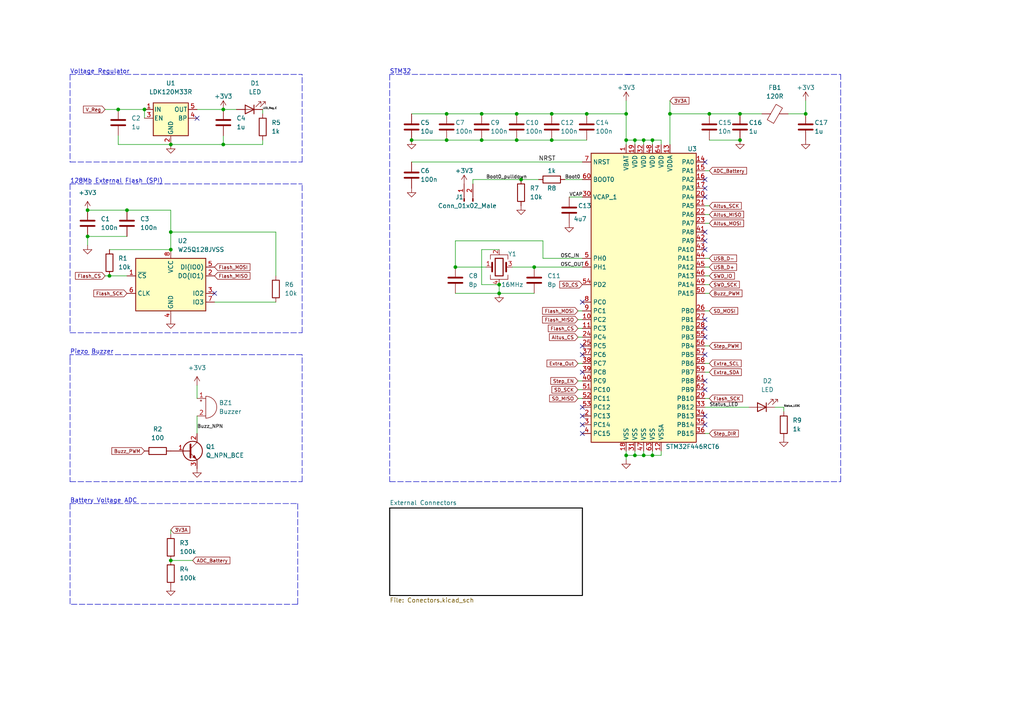
<source format=kicad_sch>
(kicad_sch (version 20211123) (generator eeschema)
  (paper "A4")
  (title_block (title "Airbrake Flight Controller") (date "2022-04-16") (rev "V1") (company "Dylan Gore"))
  (lib_symbols
    (symbol "Connector:Conn_01x02_Male" (pin_names (offset 1.016) hide)
      (property "Reference" "J" (at 0 2.54 0))
      (property "Value" "Conn_01x02_Male" (at 0 -5.08 0))
      (symbol "Conn_01x02_Male_1_1"
        (polyline (pts (xy 1.27 -2.54) (xy 0.8636 -2.54)) (stroke (width 0.1524)))
        (polyline (pts (xy 1.27 0) (xy 0.8636 0)) (stroke (width 0.1524)))
        (rectangle (start 0.8636 -2.413) (end 0 -2.667) (stroke (width 0.1524)) (fill (type outline)))
        (rectangle (start 0.8636 0.127) (end 0 -0.127) (stroke (width 0.1524)) (fill (type outline)))
        (pin passive line (at 5.08 0 180) (length 3.81) (name "Pin_1") (number "1"))
        (pin passive line (at 5.08 -2.54 180) (length 3.81) (name "Pin_2") (number "2"))
      )
    )
    (symbol "Device:Buzzer" (pin_names (offset 0.0254) hide)
      (property "Reference" "BZ" (at 3.81 1.27 0))
      (property "Value" "Buzzer" (at 3.81 -1.27 0))
      (symbol "Buzzer_0_1"
        (arc (start 0 -3.175) (mid 3.175 0) (end 0 3.175))
        (polyline (pts (xy -1.651 1.905) (xy -1.143 1.905)))
        (polyline (pts (xy -1.397 2.159) (xy -1.397 1.651)))
        (polyline (pts (xy 0 3.175) (xy 0 -3.175)))
      )
      (symbol "Buzzer_1_1"
        (pin passive line (at -2.54 2.54 0) (length 2.54) (name "-") (number "1"))
        (pin passive line (at -2.54 -2.54 0) (length 2.54) (name "+") (number "2"))
      )
    )
    (symbol "Device:C" (pin_numbers hide) (pin_names (offset 0.254))
      (property "Reference" "C" (at 0.635 2.54 0))
      (property "Value" "C" (at 0.635 -2.54 0))
      (symbol "C_0_1"
        (polyline (pts (xy -2.032 -0.762) (xy 2.032 -0.762)) (stroke (width 0.508)))
        (polyline (pts (xy -2.032 0.762) (xy 2.032 0.762)) (stroke (width 0.508)))
      )
      (symbol "C_1_1"
        (pin passive line (at 0 3.81 270) (length 2.794) (name "~") (number "1"))
        (pin passive line (at 0 -3.81 90) (length 2.794) (name "~") (number "2"))
      )
    )
    (symbol "Device:Crystal_GND24" (pin_names (offset 1.016) hide)
      (property "Reference" "Y" (at 3.175 5.08 0))
      (property "Value" "Crystal_GND24" (at 3.175 3.175 0))
      (symbol "Crystal_GND24_0_1"
        (rectangle (start -1.143 2.54) (end 1.143 -2.54) (stroke (width 0.3048)))
        (polyline (pts (xy -2.54 0) (xy -2.032 0)))
        (polyline (pts (xy -2.032 -1.27) (xy -2.032 1.27)) (stroke (width 0.508)))
        (polyline (pts (xy 0 -3.81) (xy 0 -3.556)))
        (polyline (pts (xy 0 3.556) (xy 0 3.81)))
        (polyline (pts (xy 2.032 -1.27) (xy 2.032 1.27)) (stroke (width 0.508)))
        (polyline (pts (xy 2.032 0) (xy 2.54 0)))
        (polyline (pts (xy -2.54 -2.286) (xy -2.54 -3.556) (xy 2.54 -3.556) (xy 2.54 -2.286)))
        (polyline (pts (xy -2.54 2.286) (xy -2.54 3.556) (xy 2.54 3.556) (xy 2.54 2.286)))
      )
      (symbol "Crystal_GND24_1_1"
        (pin passive line (at -3.81 0 0) (length 1.27) (name "1") (number "1"))
        (pin passive line (at 0 5.08 270) (length 1.27) (name "2") (number "2"))
        (pin passive line (at 3.81 0 180) (length 1.27) (name "3") (number "3"))
        (pin passive line (at 0 -5.08 90) (length 1.27) (name "4") (number "4"))
      )
    )
    (symbol "Device:FerriteBead" (pin_numbers hide) (pin_names (offset 0))
      (property "Reference" "FB" (at -3.81 0.635 90))
      (property "Value" "FerriteBead" (at 3.81 0 90))
      (symbol "FerriteBead_0_1"
        (polyline (pts (xy 0 -1.27) (xy 0 -1.2192)))
        (polyline (pts (xy 0 1.27) (xy 0 1.2954)))
        (polyline (pts (xy -2.7686 0.4064) (xy -1.7018 2.2606) (xy 2.7686 -0.3048) (xy 1.6764 -2.159) (xy -2.7686 0.4064)))
      )
      (symbol "FerriteBead_1_1"
        (pin passive line (at 0 3.81 270) (length 2.54) (name "~") (number "1"))
        (pin passive line (at 0 -3.81 90) (length 2.54) (name "~") (number "2"))
      )
    )
    (symbol "Device:LED" (pin_numbers hide) (pin_names (offset 1.016) hide)
      (property "Reference" "D" (at 0 2.54 0))
      (property "Value" "LED" (at 0 -2.54 0))
      (symbol "LED_0_1"
        (polyline (pts (xy -1.27 -1.27) (xy -1.27 1.27)) (stroke (width 0.254)))
        (polyline (pts (xy -1.27 0) (xy 1.27 0)))
        (polyline (pts (xy 1.27 -1.27) (xy 1.27 1.27) (xy -1.27 0) (xy 1.27 -1.27)) (stroke (width 0.254)))
        (polyline (pts (xy -3.048 -0.762) (xy -4.572 -2.286) (xy -3.81 -2.286) (xy -4.572 -2.286) (xy -4.572 -1.524)))
        (polyline (pts (xy -1.778 -0.762) (xy -3.302 -2.286) (xy -2.54 -2.286) (xy -3.302 -2.286) (xy -3.302 -1.524)))
      )
      (symbol "LED_1_1"
        (pin passive line (at -3.81 0 0) (length 2.54) (name "K") (number "1"))
        (pin passive line (at 3.81 0 180) (length 2.54) (name "A") (number "2"))
      )
    )
    (symbol "Device:Q_NPN_BCE" (pin_names (offset 0) hide)
      (property "Reference" "Q" (at 5.08 1.27 0))
      (property "Value" "Q_NPN_BCE" (at 5.08 -1.27 0))
      (symbol "Q_NPN_BCE_0_1"
        (polyline (pts (xy 0.635 0.635) (xy 2.54 2.54)))
        (polyline (pts (xy 0.635 -0.635) (xy 2.54 -2.54) (xy 2.54 -2.54)))
        (polyline (pts (xy 0.635 1.905) (xy 0.635 -1.905) (xy 0.635 -1.905)) (stroke (width 0.508)))
        (polyline (pts (xy 1.27 -1.778) (xy 1.778 -1.27) (xy 2.286 -2.286) (xy 1.27 -1.778) (xy 1.27 -1.778)) (fill (type outline)))
        (circle (center 1.27 0) (radius 2.8194) (stroke (width 0.254)))
      )
      (symbol "Q_NPN_BCE_1_1"
        (pin input line (at -5.08 0 0) (length 5.715) (name "B") (number "1"))
        (pin passive line (at 2.54 5.08 270) (length 2.54) (name "C") (number "2"))
        (pin passive line (at 2.54 -5.08 90) (length 2.54) (name "E") (number "3"))
      )
    )
    (symbol "Device:R" (pin_numbers hide) (pin_names (offset 0))
      (property "Reference" "R" (at 2.032 0 90))
      (property "Value" "R" (at 0 0 90))
      (symbol "R_0_1"
        (rectangle (start -1.016 -2.54) (end 1.016 2.54) (stroke (width 0.254)))
      )
      (symbol "R_1_1"
        (pin passive line (at 0 3.81 270) (length 1.27) (name "~") (number "1"))
        (pin passive line (at 0 -3.81 90) (length 1.27) (name "~") (number "2"))
      )
    )
    (symbol "MCU_ST_STM32F4:STM32F446RCTx"
      (property "Reference" "U3" (at 12.7 41.91 0))
      (property "Value" "STM32F446RCT6" (at 6.35 -44.45 0))
      (symbol "STM32F446RCTx_0_1"
        (rectangle (start -15.24 -43.18) (end 15.24 40.64) (stroke (width 0.254)) (fill (type background)))
      )
      (symbol "STM32F446RCTx_1_1"
        (pin power_in line (at -5.08 43.18 270) (length 2.54) (name "VBAT") (number "1"))
        (pin bidirectional line (at -17.78 -7.62 0) (length 2.54) (name "PC2") (number "10"))
        (pin bidirectional line (at -17.78 -10.16 0) (length 2.54) (name "PC3") (number "11"))
        (pin power_in line (at 5.08 -45.72 90) (length 2.54) (name "VSSA") (number "12"))
        (pin input line (at 7.62 43.18 270) (length 2.54) (name "VDDA") (number "13"))
        (pin bidirectional line (at 17.78 38.1 180) (length 2.54) (name "PA0") (number "14"))
        (pin bidirectional line (at 17.78 35.56 180) (length 2.54) (name "PA1") (number "15"))
        (pin bidirectional line (at 17.78 33.02 180) (length 2.54) (name "PA2") (number "16"))
        (pin bidirectional line (at 17.78 30.48 180) (length 2.54) (name "PA3") (number "17"))
        (pin power_in line (at -5.08 -45.72 90) (length 2.54) (name "VSS") (number "18"))
        (pin power_in line (at -2.54 43.18 270) (length 2.54) (name "VDD") (number "19"))
        (pin bidirectional line (at -17.78 -35.56 0) (length 2.54) (name "PC13") (number "2"))
        (pin bidirectional line (at 17.78 27.94 180) (length 2.54) (name "PA4") (number "20"))
        (pin bidirectional line (at 17.78 25.4 180) (length 2.54) (name "PA5") (number "21"))
        (pin bidirectional line (at 17.78 22.86 180) (length 2.54) (name "PA6") (number "22"))
        (pin bidirectional line (at 17.78 20.32 180) (length 2.54) (name "PA7") (number "23"))
        (pin bidirectional line (at -17.78 -12.7 0) (length 2.54) (name "PC4") (number "24"))
        (pin bidirectional line (at -17.78 -15.24 0) (length 2.54) (name "PC5") (number "25"))
        (pin bidirectional line (at 17.78 -5.08 180) (length 2.54) (name "PB0") (number "26"))
        (pin bidirectional line (at 17.78 -7.62 180) (length 2.54) (name "PB1") (number "27"))
        (pin bidirectional line (at 17.78 -10.16 180) (length 2.54) (name "PB2") (number "28"))
        (pin bidirectional line (at 17.78 -30.48 180) (length 2.54) (name "PB10") (number "29"))
        (pin bidirectional line (at -17.78 -38.1 0) (length 2.54) (name "PC14") (number "3"))
        (pin input line (at -17.78 27.94 0) (length 2.54) (name "VCAP_1") (number "30"))
        (pin power_in line (at -2.54 -45.72 90) (length 2.54) (name "VSS") (number "31"))
        (pin power_in line (at 0 43.18 270) (length 2.54) (name "VDD") (number "32"))
        (pin bidirectional line (at 17.78 -33.02 180) (length 2.54) (name "PB12") (number "33"))
        (pin bidirectional line (at 17.78 -35.56 180) (length 2.54) (name "PB13") (number "34"))
        (pin bidirectional line (at 17.78 -38.1 180) (length 2.54) (name "PB14") (number "35"))
        (pin bidirectional line (at 17.78 -40.64 180) (length 2.54) (name "PB15") (number "36"))
        (pin bidirectional line (at -17.78 -17.78 0) (length 2.54) (name "PC6") (number "37"))
        (pin bidirectional line (at -17.78 -20.32 0) (length 2.54) (name "PC7") (number "38"))
        (pin bidirectional line (at -17.78 -22.86 0) (length 2.54) (name "PC8") (number "39"))
        (pin bidirectional line (at -17.78 -40.64 0) (length 2.54) (name "PC15") (number "4"))
        (pin bidirectional line (at -17.78 -25.4 0) (length 2.54) (name "PC9") (number "40"))
        (pin bidirectional line (at 17.78 17.78 180) (length 2.54) (name "PA8") (number "41"))
        (pin bidirectional line (at 17.78 15.24 180) (length 2.54) (name "PA9") (number "42"))
        (pin bidirectional line (at 17.78 12.7 180) (length 2.54) (name "PA10") (number "43"))
        (pin bidirectional line (at 17.78 10.16 180) (length 2.54) (name "PA11") (number "44"))
        (pin bidirectional line (at 17.78 7.62 180) (length 2.54) (name "PA12") (number "45"))
        (pin bidirectional line (at 17.78 5.08 180) (length 2.54) (name "PA13") (number "46"))
        (pin power_in line (at 0 -45.72 90) (length 2.54) (name "VSS") (number "47"))
        (pin power_in line (at 2.54 43.18 270) (length 2.54) (name "VDD") (number "48"))
        (pin bidirectional line (at 17.78 2.54 180) (length 2.54) (name "PA14") (number "49"))
        (pin input line (at -17.78 10.16 0) (length 2.54) (name "PH0") (number "5"))
        (pin bidirectional line (at 17.78 0 180) (length 2.54) (name "PA15") (number "50"))
        (pin bidirectional line (at -17.78 -27.94 0) (length 2.54) (name "PC10") (number "51"))
        (pin bidirectional line (at -17.78 -30.48 0) (length 2.54) (name "PC11") (number "52"))
        (pin bidirectional line (at -17.78 -33.02 0) (length 2.54) (name "PC12") (number "53"))
        (pin bidirectional line (at -17.78 2.54 0) (length 2.54) (name "PD2") (number "54"))
        (pin bidirectional line (at 17.78 -12.7 180) (length 2.54) (name "PB3") (number "55"))
        (pin bidirectional line (at 17.78 -15.24 180) (length 2.54) (name "PB4") (number "56"))
        (pin bidirectional line (at 17.78 -17.78 180) (length 2.54) (name "PB5") (number "57"))
        (pin bidirectional line (at 17.78 -20.32 180) (length 2.54) (name "PB6") (number "58"))
        (pin bidirectional line (at 17.78 -22.86 180) (length 2.54) (name "PB7") (number "59"))
        (pin input line (at -17.78 7.62 0) (length 2.54) (name "PH1") (number "6"))
        (pin input line (at -17.78 33.02 0) (length 2.54) (name "BOOT0") (number "60"))
        (pin bidirectional line (at 17.78 -25.4 180) (length 2.54) (name "PB8") (number "61"))
        (pin bidirectional line (at 17.78 -27.94 180) (length 2.54) (name "PB9") (number "62"))
        (pin power_in line (at 2.54 -45.72 90) (length 2.54) (name "VSS") (number "63"))
        (pin power_in line (at 5.08 43.18 270) (length 2.54) (name "VDD") (number "64"))
        (pin input line (at -17.78 38.1 0) (length 2.54) (name "NRST") (number "7"))
        (pin bidirectional line (at -17.78 -2.54 0) (length 2.54) (name "PC0") (number "8"))
        (pin bidirectional line (at -17.78 -5.08 0) (length 2.54) (name "PC1") (number "9"))
      )
    )
    (symbol "Memory_Flash:W25Q32JVSS"
      (property "Reference" "U" (at -8.89 8.89 0))
      (property "Value" "W25Q32JVSS" (at 7.62 8.89 0))
      (symbol "W25Q32JVSS_0_1"
        (rectangle (start -10.16 7.62) (end 10.16 -7.62) (stroke (width 0.254)) (fill (type background)))
      )
      (symbol "W25Q32JVSS_1_1"
        (pin input line (at -12.7 2.54 0) (length 2.54) (name "~{CS}") (number "1"))
        (pin bidirectional line (at 12.7 2.54 180) (length 2.54) (name "DO(IO1)") (number "2"))
        (pin bidirectional line (at 12.7 -2.54 180) (length 2.54) (name "IO2") (number "3"))
        (pin power_in line (at 0 -10.16 90) (length 2.54) (name "GND") (number "4"))
        (pin bidirectional line (at 12.7 5.08 180) (length 2.54) (name "DI(IO0)") (number "5"))
        (pin input line (at -12.7 -2.54 0) (length 2.54) (name "CLK") (number "6"))
        (pin bidirectional line (at 12.7 -5.08 180) (length 2.54) (name "IO3") (number "7"))
        (pin power_in line (at 0 10.16 270) (length 2.54) (name "VCC") (number "8"))
      )
    )
    (symbol "Regulator_Linear:LDK130-08_SOT23_SOT353" (pin_names (offset 0.254))
      (property "Reference" "U1" (at 0 10.16 0))
      (property "Value" "LDK120M33R" (at 0 7.62 0))
      (symbol "LDK130-08_SOT23_SOT353_0_1"
        (rectangle (start -5.08 4.445) (end 5.08 -5.08) (stroke (width 0.254)) (fill (type background)))
      )
      (symbol "LDK130-08_SOT23_SOT353_1_1"
        (pin input line (at -7.62 2.54 0) (length 2.54) (name "IN") (number "1"))
        (pin power_in line (at 0 -7.62 90) (length 2.54) (name "GND") (number "2"))
        (pin input line (at -7.62 0 0) (length 2.54) (name "EN") (number "3"))
        (pin passive line (at 7.62 0 180) (length 2.54) (name "BP") (number "4"))
        (pin power_out line (at 7.62 2.54 180) (length 2.54) (name "OUT") (number "5"))
      )
    )
    (symbol "power:+3.3V" (power) (pin_names (offset 0))
      (property "Value" "+3.3V" (at 0 3.556 0))
      (symbol "+3.3V_0_1"
        (polyline (pts (xy -0.762 1.27) (xy 0 2.54)))
        (polyline (pts (xy 0 0) (xy 0 2.54)))
        (polyline (pts (xy 0 2.54) (xy 0.762 1.27)))
      )
      (symbol "+3.3V_1_1"
        (pin power_in line (at 0 0 90) (length 0) hide (name "+3V3") (number "1"))
      )
    )
    (symbol "power:GND" (power) (pin_names (offset 0))
      (property "Value" "GND" (at 0 -3.81 0))
      (symbol "GND_0_1"
        (polyline (pts (xy 0 0) (xy 0 -1.27) (xy 1.27 -1.27) (xy 0 -2.54) (xy -1.27 -1.27) (xy 0 -1.27)))
      )
      (symbol "GND_1_1"
        (pin power_in line (at 0 0 270) (length 0) hide (name "GND") (number "1"))
      )
    )
  )
  (junction (at 160.02 33.02))
  (junction (at 49.53 162.56))
  (junction (at 233.68 33.02))
  (junction (at 181.61 40.64))
  (junction (at 139.7 40.64))
  (junction (at 205.74 33.02))
  (junction (at 184.15 40.64))
  (junction (at 181.61 33.02))
  (junction (at 49.53 67.31))
  (junction (at 31.75 80.01))
  (junction (at 186.69 40.64))
  (junction (at 214.63 33.02))
  (junction (at 132.08 77.47))
  (junction (at 119.38 40.64))
  (junction (at 154.94 77.47))
  (junction (at 139.7 33.02))
  (junction (at 64.77 31.75))
  (junction (at 25.4 68.58))
  (junction (at 151.13 52.07))
  (junction (at 49.53 41.91))
  (junction (at 181.61 132.08))
  (junction (at 184.15 132.08))
  (junction (at 189.23 132.08))
  (junction (at 149.86 40.64))
  (junction (at 129.54 40.64))
  (junction (at 170.18 33.02))
  (junction (at 36.83 60.96))
  (junction (at 41.91 31.75))
  (junction (at 34.29 31.75))
  (junction (at 144.78 82.55))
  (junction (at 214.63 40.64))
  (junction (at 25.4 60.96))
  (junction (at 160.02 40.64))
  (junction (at 129.54 33.02))
  (junction (at 149.86 33.02))
  (junction (at 49.53 72.39))
  (junction (at 189.23 40.64))
  (junction (at 144.78 85.09))
  (junction (at 194.31 33.02))
  (junction (at 64.77 41.91))
  (junction (at 186.69 132.08))
  (no_connect (at 62.23 85.09))
  (no_connect (at 204.47 46.99))
  (no_connect (at 204.47 123.19))
  (no_connect (at 204.47 120.65))
  (no_connect (at 204.47 110.49))
  (no_connect (at 204.47 113.03))
  (no_connect (at 204.47 72.39))
  (no_connect (at 204.47 69.85))
  (no_connect (at 204.47 67.31))
  (no_connect (at 204.47 57.15))
  (no_connect (at 204.47 54.61))
  (no_connect (at 204.47 52.07))
  (no_connect (at 204.47 102.87))
  (no_connect (at 204.47 97.79))
  (no_connect (at 204.47 95.25))
  (no_connect (at 204.47 92.71))
  (no_connect (at 57.15 34.29))
  (no_connect (at 168.91 118.11))
  (no_connect (at 168.91 120.65))
  (no_connect (at 168.91 123.19))
  (no_connect (at 168.91 125.73))
  (no_connect (at 168.91 87.63))
  (no_connect (at 168.91 100.33))
  (no_connect (at 168.91 102.87))
  (no_connect (at 168.91 107.95))
  (wire (pts (xy 49.53 60.96) (xy 36.83 60.96)))
  (wire (pts (xy 68.58 31.75) (xy 64.77 31.75)))
  (wire (pts (xy 129.54 40.64) (xy 139.7 40.64)))
  (wire (pts (xy 181.61 40.64) (xy 181.61 41.91)))
  (polyline (pts (xy 86.36 175.26) (xy 20.32 175.26)))
  (polyline (pts (xy 243.84 139.7) (xy 243.84 21.59)))
  (polyline (pts (xy 86.36 146.05) (xy 86.36 175.26)))
  (wire (pts (xy 227.33 118.11) (xy 227.33 119.38)))
  (wire (pts (xy 49.53 153.67) (xy 49.53 154.94)))
  (wire (pts (xy 31.75 80.01) (xy 36.83 80.01)))
  (wire (pts (xy 194.31 33.02) (xy 205.74 33.02)))
  (wire (pts (xy 144.78 72.39) (xy 139.7 72.39)))
  (wire (pts (xy 181.61 33.02) (xy 181.61 40.64)))
  (wire (pts (xy 189.23 132.08) (xy 186.69 132.08)))
  (polyline (pts (xy 181.61 21.59) (xy 243.84 21.59)))
  (wire (pts (xy 34.29 31.75) (xy 41.91 31.75)))
  (polyline (pts (xy 20.32 102.87) (xy 20.32 104.14)))
  (wire (pts (xy 140.97 77.47) (xy 132.08 77.47)))
  (wire (pts (xy 30.48 31.75) (xy 34.29 31.75)))
  (wire (pts (xy 181.61 130.81) (xy 181.61 132.08)))
  (wire (pts (xy 189.23 40.64) (xy 189.23 41.91)))
  (wire (pts (xy 139.7 82.55) (xy 144.78 82.55)))
  (wire (pts (xy 233.68 29.21) (xy 233.68 33.02)))
  (wire (pts (xy 204.47 82.55) (xy 205.74 82.55)))
  (wire (pts (xy 157.48 69.85) (xy 157.48 74.93)))
  (wire (pts (xy 204.47 125.73) (xy 205.74 125.73)))
  (wire (pts (xy 167.64 97.79) (xy 168.91 97.79)))
  (wire (pts (xy 80.01 80.01) (xy 80.01 67.31)))
  (wire (pts (xy 204.47 77.47) (xy 205.74 77.47)))
  (wire (pts (xy 167.64 90.17) (xy 168.91 90.17)))
  (wire (pts (xy 204.47 107.95) (xy 205.74 107.95)))
  (polyline (pts (xy 20.32 139.7) (xy 87.63 139.7)))
  (wire (pts (xy 41.91 31.75) (xy 41.91 34.29)))
  (wire (pts (xy 170.18 33.02) (xy 181.61 33.02)))
  (wire (pts (xy 36.83 68.58) (xy 25.4 68.58)))
  (wire (pts (xy 194.31 33.02) (xy 194.31 41.91)))
  (wire (pts (xy 184.15 40.64) (xy 184.15 41.91)))
  (wire (pts (xy 167.64 113.03) (xy 168.91 113.03)))
  (wire (pts (xy 160.02 40.64) (xy 170.18 40.64)))
  (polyline (pts (xy 87.63 46.99) (xy 87.63 21.59)))
  (polyline (pts (xy 182.88 21.59) (xy 113.03 21.59)))
  (wire (pts (xy 186.69 40.64) (xy 186.69 41.91)))
  (wire (pts (xy 34.29 41.91) (xy 49.53 41.91)))
  (wire (pts (xy 57.15 31.75) (xy 64.77 31.75)))
  (wire (pts (xy 181.61 29.21) (xy 181.61 33.02)))
  (wire (pts (xy 224.79 118.11) (xy 227.33 118.11)))
  (wire (pts (xy 167.64 92.71) (xy 168.91 92.71)))
  (wire (pts (xy 167.64 110.49) (xy 168.91 110.49)))
  (wire (pts (xy 76.2 40.64) (xy 76.2 41.91)))
  (wire (pts (xy 64.77 41.91) (xy 49.53 41.91)))
  (wire (pts (xy 149.86 40.64) (xy 160.02 40.64)))
  (wire (pts (xy 194.31 29.21) (xy 194.31 33.02)))
  (wire (pts (xy 144.78 85.09) (xy 154.94 85.09)))
  (wire (pts (xy 76.2 33.02) (xy 76.2 31.75)))
  (wire (pts (xy 191.77 132.08) (xy 189.23 132.08)))
  (wire (pts (xy 204.47 80.01) (xy 205.74 80.01)))
  (wire (pts (xy 191.77 41.91) (xy 191.77 40.64)))
  (wire (pts (xy 149.86 33.02) (xy 160.02 33.02)))
  (wire (pts (xy 204.47 90.17) (xy 205.74 90.17)))
  (wire (pts (xy 148.59 77.47) (xy 154.94 77.47)))
  (wire (pts (xy 160.02 33.02) (xy 170.18 33.02)))
  (wire (pts (xy 119.38 46.99) (xy 168.91 46.99)))
  (wire (pts (xy 165.1 57.15) (xy 168.91 57.15)))
  (wire (pts (xy 204.47 62.23) (xy 205.74 62.23)))
  (wire (pts (xy 31.75 72.39) (xy 49.53 72.39)))
  (wire (pts (xy 76.2 41.91) (xy 64.77 41.91)))
  (wire (pts (xy 204.47 105.41) (xy 205.74 105.41)))
  (wire (pts (xy 137.16 52.07) (xy 137.16 53.34)))
  (wire (pts (xy 64.77 39.37) (xy 64.77 41.91)))
  (wire (pts (xy 205.74 33.02) (xy 214.63 33.02)))
  (wire (pts (xy 186.69 132.08) (xy 184.15 132.08)))
  (wire (pts (xy 25.4 68.58) (xy 25.4 71.12)))
  (wire (pts (xy 151.13 52.07) (xy 156.21 52.07)))
  (wire (pts (xy 139.7 33.02) (xy 149.86 33.02)))
  (polyline (pts (xy 87.63 96.52) (xy 87.63 53.34)))
  (wire (pts (xy 204.47 100.33) (xy 205.74 100.33)))
  (wire (pts (xy 184.15 132.08) (xy 181.61 132.08)))
  (wire (pts (xy 137.16 52.07) (xy 151.13 52.07)))
  (wire (pts (xy 189.23 130.81) (xy 189.23 132.08)))
  (wire (pts (xy 167.64 105.41) (xy 168.91 105.41)))
  (wire (pts (xy 204.47 64.77) (xy 205.74 64.77)))
  (wire (pts (xy 204.47 85.09) (xy 205.74 85.09)))
  (wire (pts (xy 167.64 115.57) (xy 168.91 115.57)))
  (wire (pts (xy 119.38 40.64) (xy 129.54 40.64)))
  (wire (pts (xy 34.29 39.37) (xy 34.29 41.91)))
  (wire (pts (xy 189.23 40.64) (xy 186.69 40.64)))
  (wire (pts (xy 139.7 72.39) (xy 139.7 82.55)))
  (wire (pts (xy 184.15 40.64) (xy 181.61 40.64)))
  (polyline (pts (xy 20.32 146.05) (xy 20.32 175.26)))
  (polyline (pts (xy 20.32 46.99) (xy 87.63 46.99)))
  (wire (pts (xy 139.7 40.64) (xy 149.86 40.64)))
  (wire (pts (xy 132.08 77.47) (xy 132.08 69.85)))
  (polyline (pts (xy 20.32 53.34) (xy 20.32 96.52)))
  (polyline (pts (xy 113.03 139.7) (xy 243.84 139.7)))
  (polyline (pts (xy 20.32 104.14) (xy 20.32 139.7)))
  (wire (pts (xy 157.48 74.93) (xy 168.91 74.93)))
  (wire (pts (xy 154.94 77.47) (xy 168.91 77.47)))
  (wire (pts (xy 186.69 130.81) (xy 186.69 132.08)))
  (wire (pts (xy 163.83 52.07) (xy 168.91 52.07)))
  (wire (pts (xy 132.08 85.09) (xy 144.78 85.09)))
  (polyline (pts (xy 87.63 102.87) (xy 20.32 102.87)))
  (wire (pts (xy 62.23 87.63) (xy 80.01 87.63)))
  (wire (pts (xy 49.53 67.31) (xy 49.53 60.96)))
  (wire (pts (xy 144.78 85.09) (xy 144.78 82.55)))
  (wire (pts (xy 204.47 118.11) (xy 217.17 118.11)))
  (wire (pts (xy 167.64 95.25) (xy 168.91 95.25)))
  (wire (pts (xy 132.08 69.85) (xy 157.48 69.85)))
  (wire (pts (xy 119.38 33.02) (xy 129.54 33.02)))
  (wire (pts (xy 55.88 162.56) (xy 49.53 162.56)))
  (wire (pts (xy 204.47 49.53) (xy 205.74 49.53)))
  (polyline (pts (xy 20.32 146.05) (xy 86.36 146.05)))
  (wire (pts (xy 129.54 33.02) (xy 139.7 33.02)))
  (wire (pts (xy 204.47 74.93) (xy 205.74 74.93)))
  (wire (pts (xy 181.61 132.08) (xy 181.61 133.35)))
  (wire (pts (xy 184.15 130.81) (xy 184.15 132.08)))
  (wire (pts (xy 57.15 111.76) (xy 57.15 115.57)))
  (polyline (pts (xy 20.32 96.52) (xy 87.63 96.52)))
  (polyline (pts (xy 20.32 21.59) (xy 20.32 46.99)))
  (wire (pts (xy 186.69 40.64) (xy 184.15 40.64)))
  (wire (pts (xy 191.77 130.81) (xy 191.77 132.08)))
  (wire (pts (xy 205.74 40.64) (xy 214.63 40.64)))
  (wire (pts (xy 30.48 80.01) (xy 31.75 80.01)))
  (wire (pts (xy 25.4 60.96) (xy 36.83 60.96)))
  (wire (pts (xy 57.15 120.65) (xy 57.15 125.73)))
  (polyline (pts (xy 87.63 139.7) (xy 87.63 102.87)))
  (polyline (pts (xy 113.03 21.59) (xy 113.03 139.7)))
  (wire (pts (xy 204.47 115.57) (xy 205.74 115.57)))
  (wire (pts (xy 204.47 59.69) (xy 205.74 59.69)))
  (wire (pts (xy 228.6 33.02) (xy 233.68 33.02)))
  (wire (pts (xy 49.53 72.39) (xy 49.53 67.31)))
  (polyline (pts (xy 20.32 53.34) (xy 87.63 53.34)))
  (polyline (pts (xy 20.32 21.59) (xy 87.63 21.59)))
  (wire (pts (xy 214.63 33.02) (xy 220.98 33.02)))
  (wire (pts (xy 80.01 67.31) (xy 49.53 67.31)))
  (wire (pts (xy 191.77 40.64) (xy 189.23 40.64)))
  (text "Voltage Regulator" (at 20.32 21.59 0) (effects (font (size 1.27 1.27)) (justify left bottom)))
  (text "128Mb External Flash (SPI)" (at 20.32 53.34 0) (effects (font (size 1.27 1.27)) (justify left bottom)))
  (text "Piezo Buzzer" (at 20.32 102.87 0) (effects (font (size 1.27 1.27)) (justify left bottom)))
  (text "Battery Voltage ADC" (at 20.32 146.05 0) (effects (font (size 1.27 1.27)) (justify left bottom)))
  (text "STM32" (at 113.03 21.59 0) (effects (font (size 1.27 1.27)) (justify left bottom)))
  (label "Buzz_NPN" (at 57.15 124.46 0) (effects (font (size 1 1))))
  (label "OSC_OUT" (at 162.56 77.47 0) (effects (font (size 1 1))))
  (label "Boot0" (at 163.83 52.07 0) (effects (font (size 1 1))))
  (label "Boot0_pulldown" (at 140.97 52.07 0) (effects (font (size 1 1))))
  (label "Status_LED" (at 205.74 118.11 0) (effects (font (size 1 1))))
  (label "VCAP" (at 165.1 57.15 0) (effects (font (size 1 1))))
  (label "NRST" (at 156.21 46.99 0))
  (label "LED_Reg_C" (at 76.2 31.75 0) (effects (font (size 0.5 0.5))))
  (label "Status_LEDC" (at 227.33 118.11 0) (effects (font (size 0.5 0.5))))
  (label "OSC_IN" (at 162.56 74.93 0) (effects (font (size 1 1))))
  (global_label "Step_PWM" (shape input) (at 205.74 100.33 0) (effects (font (size 1 1))) (property "Intersheet References" "${INTERSHEET_REFS}" (effects hide)))
  (global_label "Extra_Out" (shape input) (at 167.64 105.41 180) (effects (font (size 1 1))) (property "Intersheet References" "${INTERSHEET_REFS}" (effects hide)))
  (global_label "3V3A" (shape input) (at 49.53 153.67 0) (effects (font (size 1 1))) (property "Intersheet References" "${INTERSHEET_REFS}" (effects hide)))
  (global_label "Flash_SCK" (shape input) (at 36.83 85.09 180) (effects (font (size 1 1))) (property "Intersheet References" "${INTERSHEET_REFS}" (effects hide)))
  (global_label "USB_D+" (shape input) (at 205.74 77.47 0) (effects (font (size 1 1))) (property "Intersheet References" "${INTERSHEET_REFS}" (effects hide)))
  (global_label "USB_D-" (shape input) (at 205.74 74.93 0) (effects (font (size 1 1))) (property "Intersheet References" "${INTERSHEET_REFS}" (effects hide)))
  (global_label "SWD_SCK" (shape input) (at 205.74 82.55 0) (effects (font (size 1 1))) (property "Intersheet References" "${INTERSHEET_REFS}" (effects hide)))
  (global_label "V_Reg" (shape input) (at 30.48 31.75 180) (effects (font (size 1 1))) (property "Intersheet References" "${INTERSHEET_REFS}" (effects hide)))
  (global_label "Extra_SDA" (shape input) (at 205.74 107.95 0) (effects (font (size 1 1))) (property "Intersheet References" "${INTERSHEET_REFS}" (effects hide)))
  (global_label "Flash_SCK" (shape input) (at 205.74 115.57 0) (effects (font (size 1 1))) (property "Intersheet References" "${INTERSHEET_REFS}" (effects hide)))
  (global_label "Buzz_PWM" (shape input) (at 205.74 85.09 0) (effects (font (size 1 1))) (property "Intersheet References" "${INTERSHEET_REFS}" (effects hide)))
  (global_label "Flash_CS" (shape input) (at 30.48 80.01 180) (effects (font (size 1 1))) (property "Intersheet References" "${INTERSHEET_REFS}" (effects hide)))
  (global_label "Step_DIR" (shape input) (at 205.74 125.73 0) (effects (font (size 1 1))) (property "Intersheet References" "${INTERSHEET_REFS}" (effects hide)))
  (global_label "Flash_MISO" (shape input) (at 62.23 80.01 0) (effects (font (size 1 1))) (property "Intersheet References" "${INTERSHEET_REFS}" (effects hide)))
  (global_label "Flash_MOSI" (shape input) (at 62.23 77.47 0) (effects (font (size 1 1))) (property "Intersheet References" "${INTERSHEET_REFS}" (effects hide)))
  (global_label "SD_CS" (shape input) (at 168.91 82.55 180) (effects (font (size 1 1))) (property "Intersheet References" "${INTERSHEET_REFS}" (effects hide)))
  (global_label "SWD_IO" (shape input) (at 205.74 80.01 0) (effects (font (size 1 1))) (property "Intersheet References" "${INTERSHEET_REFS}" (effects hide)))
  (global_label "Flash_CS" (shape input) (at 167.64 95.25 180) (effects (font (size 1 1))) (property "Intersheet References" "${INTERSHEET_REFS}" (effects hide)))
  (global_label "3V3A" (shape input) (at 194.31 29.21 0) (effects (font (size 1 1))) (property "Intersheet References" "${INTERSHEET_REFS}" (effects hide)))
  (global_label "Extra_SCL" (shape input) (at 205.74 105.41 0) (effects (font (size 1 1))) (property "Intersheet References" "${INTERSHEET_REFS}" (effects hide)))
  (global_label "Flash_MOSI" (shape input) (at 167.64 90.17 180) (effects (font (size 1 1))) (property "Intersheet References" "${INTERSHEET_REFS}" (effects hide)))
  (global_label "Altus_SCK" (shape input) (at 205.74 59.69 0) (effects (font (size 1 1))) (property "Intersheet References" "${INTERSHEET_REFS}" (effects hide)))
  (global_label "SD_MISO" (shape input) (at 167.64 115.57 180) (effects (font (size 1 1))) (property "Intersheet References" "${INTERSHEET_REFS}" (effects hide)))
  (global_label "Altus_MISO" (shape input) (at 205.74 62.23 0) (effects (font (size 1 1))) (property "Intersheet References" "${INTERSHEET_REFS}" (effects hide)))
  (global_label "Buzz_PWM" (shape input) (at 41.91 130.81 180) (effects (font (size 1 1))) (property "Intersheet References" "${INTERSHEET_REFS}" (effects hide)))
  (global_label "ADC_Battery" (shape input) (at 55.88 162.56 0) (effects (font (size 1 1))) (property "Intersheet References" "${INTERSHEET_REFS}" (effects hide)))
  (global_label "Step_EN" (shape input) (at 167.64 110.49 180) (effects (font (size 1 1))) (property "Intersheet References" "${INTERSHEET_REFS}" (effects hide)))
  (global_label "ADC_Battery" (shape input) (at 205.74 49.53 0) (effects (font (size 1 1))) (property "Intersheet References" "${INTERSHEET_REFS}" (effects hide)))
  (global_label "SD_SCK" (shape input) (at 167.64 113.03 180) (effects (font (size 1 1))) (property "Intersheet References" "${INTERSHEET_REFS}" (effects hide)))
  (global_label "Altus_MOSI" (shape input) (at 205.74 64.77 0) (effects (font (size 1 1))) (property "Intersheet References" "${INTERSHEET_REFS}" (effects hide)))
  (global_label "SD_MOSI" (shape input) (at 205.74 90.17 0) (effects (font (size 1 1))) (property "Intersheet References" "${INTERSHEET_REFS}" (effects hide)))
  (global_label "Altus_CS" (shape input) (at 167.64 97.79 180) (effects (font (size 1 1))) (property "Intersheet References" "${INTERSHEET_REFS}" (effects hide)))
  (global_label "Flash_MISO" (shape input) (at 167.64 92.71 180) (effects (font (size 1 1))) (property "Intersheet References" "${INTERSHEET_REFS}" (effects hide)))
  (symbol (lib_id "Device:Crystal_GND24") (at 144.78 77.47 0) (unit 1)
    (property "Reference" "Y1" (at 148.59 73.66 0))
    (property "Value" "16MHz" (at 148.59 82.55 0))
    (property "Footprint" "Crystal:Crystal_SMD_3225-4Pin_3.2x2.5mm" (effects hide))
  )
  (symbol (lib_id "Device:R") (at 49.53 158.75 0) (unit 1)
    (property "Reference" "R3" (at 52.07 157.4799 0) (effects (justify left)))
    (property "Value" "100k" (at 52.07 160.0199 0) (effects (justify left)))
    (property "Footprint" "Resistor_SMD:R_0805_2012Metric" (effects hide))
  )
  (symbol (lib_id "power:GND") (at 144.78 85.09 0) (unit 1)
    (property "Reference" "#PWR013" (effects hide))
    (property "Value" "GND" (effects hide))
  )
  (symbol (lib_id "power:GND") (at 227.33 127 0) (unit 1)
    (property "Reference" "#PWR020" (effects hide))
    (property "Value" "GND" (effects hide))
  )
  (symbol (lib_id "Device:R") (at 227.33 123.19 0) (unit 1)
    (property "Reference" "R9" (at 229.87 121.9199 0) (effects (justify left)))
    (property "Value" "1k" (at 229.87 124.4599 0) (effects (justify left)))
    (property "Footprint" "Resistor_SMD:R_0805_2012Metric" (effects hide))
  )
  (symbol (lib_id "Device:C") (at 132.08 81.28 0) (unit 1)
    (property "Reference" "C8" (at 135.89 80.0099 0) (effects (justify left)))
    (property "Value" "8p" (at 135.89 82.55 0) (effects (justify left)))
    (property "Footprint" "Capacitor_SMD:C_0805_2012Metric" (effects hide))
  )
  (symbol (lib_id "Device:R") (at 31.75 76.2 0) (unit 1)
    (property "Reference" "R1" (at 34.29 74.9299 0) (effects (justify left)))
    (property "Value" "10k" (at 34.29 77.4699 0) (effects (justify left)))
    (property "Footprint" "Resistor_SMD:R_0805_2012Metric" (effects hide))
  )
  (symbol (lib_id "Device:C") (at 139.7 36.83 0) (unit 1)
    (property "Reference" "C9" (at 142.24 35.56 0) (effects (justify left)))
    (property "Value" "100n" (at 142.24 38.1 0) (effects (justify left)))
    (property "Footprint" "Capacitor_SMD:C_0805_2012Metric" (effects hide))
  )
  (symbol (lib_id "Device:C") (at 36.83 64.77 0) (unit 1)
    (property "Reference" "C3" (at 40.64 63.4999 0) (effects (justify left)))
    (property "Value" "100n" (at 40.64 66.0399 0) (effects (justify left)))
    (property "Footprint" "Capacitor_SMD:C_0805_2012Metric" (effects hide))
  )
  (symbol (lib_id "power:+3.3V") (at 25.4 60.96 0) (unit 1)
    (property "Reference" "#PWR01" (effects hide))
    (property "Value" "+3.3V" (at 25.4 55.88 0))
  )
  (symbol (lib_id "Memory_Flash:W25Q32JVSS") (at 49.53 82.55 0) (unit 1)
    (property "Reference" "U2" (at 51.5494 69.85 0) (effects (justify left)))
    (property "Value" "W25Q128JVSS" (at 51.5494 72.39 0) (effects (justify left)))
    (property "Footprint" "Package_SO:SOIC-8_5.23x5.23mm_P1.27mm" (effects hide))
    (property "Datasheet" "http://www.winbond.com/resource-files/w25q32jv%20revg%2003272018%20plus.pdf" (effects hide))
  )
  (symbol (lib_id "Device:R") (at 49.53 166.37 0) (unit 1)
    (property "Reference" "R4" (at 52.07 165.0999 0) (effects (justify left)))
    (property "Value" "100k" (at 52.07 167.6399 0) (effects (justify left)))
    (property "Footprint" "Resistor_SMD:R_0805_2012Metric" (effects hide))
  )
  (symbol (lib_id "Device:C") (at 165.1 60.96 0) (unit 1)
    (property "Reference" "C13" (at 167.64 59.69 0) (effects (justify left)))
    (property "Value" "4u7" (at 166.37 63.5 0) (effects (justify left)))
    (property "Footprint" "Capacitor_SMD:C_0805_2012Metric" (effects hide))
  )
  (symbol (lib_id "Device:R") (at 160.02 52.07 90) (unit 1)
    (property "Reference" "R8" (at 160.02 54.61 90))
    (property "Value" "1k" (at 160.02 49.53 90))
    (property "Footprint" "Resistor_SMD:R_0805_2012Metric" (effects hide))
  )
  (symbol (lib_id "power:GND") (at 57.15 135.89 0) (unit 1)
    (property "Reference" "#PWR08" (effects hide))
    (property "Value" "GND" (effects hide))
  )
  (symbol (lib_id "power:GND") (at 233.68 40.64 0) (unit 1)
    (property "Reference" "#PWR022" (effects hide))
    (property "Value" "GND" (effects hide))
  )
  (symbol (lib_id "Device:C") (at 25.4 64.77 0) (unit 1)
    (property "Reference" "C1" (at 29.21 63.4999 0) (effects (justify left)))
    (property "Value" "100n" (at 29.21 66.0399 0) (effects (justify left)))
    (property "Footprint" "Capacitor_SMD:C_0805_2012Metric" (effects hide))
  )
  (symbol (lib_id "Device:C") (at 154.94 81.28 0) (unit 1)
    (property "Reference" "C11" (at 158.75 80.0099 0) (effects (justify left)))
    (property "Value" "8p" (at 158.75 82.5499 0) (effects (justify left)))
    (property "Footprint" "Capacitor_SMD:C_0805_2012Metric" (effects hide))
  )
  (symbol (lib_id "power:GND") (at 151.13 59.69 0) (unit 1)
    (property "Reference" "#PWR014" (effects hide))
    (property "Value" "GND" (effects hide))
  )
  (symbol (lib_id "Device:Buzzer") (at 59.69 118.11 0) (unit 1)
    (property "Reference" "BZ1" (at 63.5 116.8399 0) (effects (justify left)))
    (property "Value" "Buzzer" (at 63.5 119.3799 0) (effects (justify left)))
    (property "Footprint" "Buzzer_Beeper:Buzzer_Murata_PKLCS1212E" (effects hide))
  )
  (symbol (lib_id "power:GND") (at 119.38 40.64 0) (unit 1)
    (property "Reference" "#PWR010" (effects hide))
    (property "Value" "GND" (effects hide))
  )
  (symbol (lib_id "Device:R") (at 45.72 130.81 90) (unit 1)
    (property "Reference" "R2" (at 45.72 124.46 90))
    (property "Value" "100" (at 45.72 127 90))
    (property "Footprint" "Resistor_SMD:R_0805_2012Metric" (effects hide))
  )
  (symbol (lib_id "Device:R") (at 76.2 36.83 0) (unit 1)
    (property "Reference" "R5" (at 78.74 35.5599 0) (effects (justify left)))
    (property "Value" "1k" (at 78.74 38.0999 0) (effects (justify left)))
    (property "Footprint" "Resistor_SMD:R_0805_2012Metric" (effects hide))
  )
  (symbol (lib_id "power:GND") (at 49.53 41.91 0) (unit 1)
    (property "Reference" "#PWR03" (effects hide))
    (property "Value" "GND" (effects hide))
  )
  (symbol (lib_id "power:GND") (at 165.1 64.77 0) (unit 1)
    (property "Reference" "#PWR015" (effects hide))
    (property "Value" "GND" (effects hide))
  )
  (symbol (lib_id "Device:C") (at 160.02 36.83 0) (unit 1)
    (property "Reference" "C12" (at 162.56 35.56 0) (effects (justify left)))
    (property "Value" "100n" (at 162.56 38.1 0) (effects (justify left)))
    (property "Footprint" "Capacitor_SMD:C_0805_2012Metric" (effects hide))
  )
  (symbol (lib_id "power:GND") (at 214.63 40.64 0) (unit 1)
    (property "Reference" "#PWR019" (effects hide))
    (property "Value" "GND" (effects hide))
  )
  (symbol (lib_id "Device:C") (at 170.18 36.83 0) (unit 1)
    (property "Reference" "C14" (at 172.72 35.56 0) (effects (justify left)))
    (property "Value" "100n" (at 172.72 38.1 0) (effects (justify left)))
    (property "Footprint" "Capacitor_SMD:C_0805_2012Metric" (effects hide))
  )
  (symbol (lib_id "Device:C") (at 205.74 36.83 0) (unit 1)
    (property "Reference" "C15" (at 208.28 35.56 0) (effects (justify left)))
    (property "Value" "10n" (at 208.28 38.1 0) (effects (justify left)))
    (property "Footprint" "Capacitor_SMD:C_0805_2012Metric" (effects hide))
  )
  (symbol (lib_id "MCU_ST_STM32F4:STM32F446RCTx") (at 186.69 85.09 0) (unit 1)
    (property "Reference" "U3" (at 199.39 43.18 0) (effects (justify left)))
    (property "Value" "STM32F446RCT6" (at 193.04 129.54 0) (effects (justify left)))
    (property "Footprint" "Package_QFP:LQFP-64_10x10mm_P0.5mm" (effects hide))
    (property "Datasheet" "http://www.st.com/st-web-ui/static/active/en/resource/technical/document/datasheet/DM00141306.pdf" (effects hide))
  )
  (symbol (lib_id "power:+3.3V") (at 134.62 53.34 0) (unit 1)
    (property "Reference" "#PWR012" (effects hide))
    (property "Value" "+3.3V" (at 134.62 49.53 0))
  )
  (symbol (lib_id "Device:C") (at 119.38 36.83 0) (unit 1)
    (property "Reference" "C5" (at 121.92 35.56 0) (effects (justify left)))
    (property "Value" "10u" (at 121.92 38.1 0) (effects (justify left)))
    (property "Footprint" "Capacitor_SMD:C_0805_2012Metric" (effects hide))
  )
  (symbol (lib_id "Regulator_Linear:LDK130-08_SOT23_SOT353") (at 49.53 34.29 0) (unit 1)
    (property "Reference" "U1" (at 49.53 24.13 0))
    (property "Value" "LDK120M33R" (at 49.53 26.67 0))
    (property "Footprint" "Package_TO_SOT_SMD:SOT-23-5" (effects hide))
    (property "Datasheet" "http://www.st.com/content/ccc/resource/technical/document/datasheet/29/10/f7/87/2f/66/47/f4/DM00076097.pdf/files/DM00076097.pdf/jcr:content/translations/en.DM00076097.pdf" (effects hide))
  )
  (symbol (lib_id "Device:Q_NPN_BCE") (at 54.61 130.81 0) (unit 1)
    (property "Reference" "Q1" (at 59.69 129.5399 0) (effects (justify left)))
    (property "Value" "Q_NPN_BCE" (at 59.69 132.0799 0) (effects (justify left)))
    (property "Footprint" "Package_TO_SOT_SMD:SOT-23" (effects hide))
  )
  (symbol (lib_id "Device:R") (at 80.01 83.82 0) (unit 1)
    (property "Reference" "R6" (at 82.55 82.5499 0) (effects (justify left)))
    (property "Value" "10k" (at 82.55 85.0899 0) (effects (justify left)))
    (property "Footprint" "Resistor_SMD:R_0805_2012Metric" (effects hide))
  )
  (symbol (lib_id "Device:C") (at 64.77 35.56 0) (unit 1)
    (property "Reference" "C4" (at 68.58 34.2899 0) (effects (justify left)))
    (property "Value" "1u" (at 68.58 36.8299 0) (effects (justify left)))
    (property "Footprint" "Capacitor_SMD:C_0805_2012Metric" (effects hide))
  )
  (symbol (lib_id "Device:C") (at 214.63 36.83 0) (unit 1)
    (property "Reference" "C16" (at 217.17 35.56 0) (effects (justify left)))
    (property "Value" "1u" (at 217.17 38.1 0) (effects (justify left)))
    (property "Footprint" "Capacitor_SMD:C_0805_2012Metric" (effects hide))
  )
  (symbol (lib_id "Device:C") (at 233.68 36.83 0) (unit 1)
    (property "Reference" "C17" (at 236.22 35.56 0) (effects (justify left)))
    (property "Value" "1u" (at 236.22 38.1 0) (effects (justify left)))
    (property "Footprint" "Capacitor_SMD:C_0805_2012Metric" (effects hide))
  )
  (symbol (lib_id "power:+3.3V") (at 64.77 31.75 0) (unit 1)
    (property "Reference" "#PWR09" (effects hide))
    (property "Value" "+3.3V" (at 64.77 27.94 0))
  )
  (symbol (lib_id "Device:R") (at 151.13 55.88 0) (unit 1)
    (property "Reference" "R7" (at 153.67 54.6099 0) (effects (justify left)))
    (property "Value" "10k" (at 153.67 57.1499 0) (effects (justify left)))
    (property "Footprint" "Resistor_SMD:R_0805_2012Metric" (effects hide))
  )
  (symbol (lib_id "Connector:Conn_01x02_Male") (at 134.62 58.42 90) (unit 1)
    (property "Reference" "J1" (at 132.08 57.15 90) (effects (justify right)))
    (property "Value" "Conn_01x02_Male" (at 127 59.69 90) (effects (justify right)))
    (property "Footprint" "Connector_PinHeader_2.54mm:PinHeader_2x01_P2.54mm_Vertical" (effects hide))
  )
  (symbol (lib_id "Device:C") (at 149.86 36.83 0) (unit 1)
    (property "Reference" "C10" (at 152.4 35.56 0) (effects (justify left)))
    (property "Value" "100n" (at 152.4 38.1 0) (effects (justify left)))
    (property "Footprint" "Capacitor_SMD:C_0805_2012Metric" (effects hide))
  )
  (symbol (lib_id "power:GND") (at 25.4 71.12 0) (unit 1)
    (property "Reference" "#PWR02" (effects hide))
    (property "Value" "GND" (effects hide))
  )
  (symbol (lib_id "power:GND") (at 119.38 54.61 0) (unit 1)
    (property "Reference" "#PWR011" (effects hide))
    (property "Value" "GND" (effects hide))
  )
  (symbol (lib_id "Device:FerriteBead") (at 224.79 33.02 90) (unit 1)
    (property "Reference" "FB1" (at 224.7392 25.4 90))
    (property "Value" "120R" (at 224.7392 27.94 90))
    (property "Footprint" "Resistor_SMD:R_0805_2012Metric_Pad1.20x1.40mm_HandSolder" (effects hide))
  )
  (symbol (lib_id "Device:C") (at 34.29 35.56 0) (unit 1)
    (property "Reference" "C2" (at 38.1 34.2899 0) (effects (justify left)))
    (property "Value" "1u" (at 38.1 36.8299 0) (effects (justify left)))
    (property "Footprint" "Capacitor_SMD:C_0805_2012Metric" (effects hide))
  )
  (symbol (lib_id "power:+3.3V") (at 233.68 29.21 0) (unit 1)
    (property "Reference" "#PWR021" (effects hide))
    (property "Value" "+3.3V" (at 233.68 25.4 0))
  )
  (symbol (lib_id "power:GND") (at 181.61 133.35 0) (unit 1)
    (property "Reference" "#PWR017" (effects hide))
    (property "Value" "GND" (effects hide))
  )
  (symbol (lib_id "Device:C") (at 129.54 36.83 0) (unit 1)
    (property "Reference" "C7" (at 132.08 35.56 0) (effects (justify left)))
    (property "Value" "100n" (at 132.08 38.1 0) (effects (justify left)))
    (property "Footprint" "Capacitor_SMD:C_0805_2012Metric" (effects hide))
  )
  (symbol (lib_id "Device:LED") (at 72.39 31.75 180) (unit 1)
    (property "Reference" "D1" (at 73.9775 24.13 0))
    (property "Value" "LED" (at 73.9775 26.67 0))
    (property "Footprint" "LED_SMD:LED_0805_2012Metric" (effects hide))
  )
  (symbol (lib_id "power:GND") (at 49.53 170.18 0) (unit 1)
    (property "Reference" "#PWR06" (effects hide))
    (property "Value" "GND" (effects hide))
  )
  (symbol (lib_id "power:GND") (at 49.53 92.71 0) (unit 1)
    (property "Reference" "#PWR04" (effects hide))
    (property "Value" "GND" (effects hide))
  )
  (symbol (lib_id "power:+3.3V") (at 57.15 111.76 0) (unit 1)
    (property "Reference" "#PWR07" (effects hide))
    (property "Value" "+3.3V" (at 57.15 106.68 0))
  )
  (symbol (lib_id "power:+3.3V") (at 181.61 29.21 0) (unit 1)
    (property "Reference" "#PWR016" (effects hide))
    (property "Value" "+3.3V" (at 181.61 25.4 0))
  )
  (symbol (lib_id "Device:LED") (at 220.98 118.11 180) (unit 1)
    (property "Reference" "D2" (at 222.5675 110.49 0))
    (property "Value" "LED" (at 222.5675 113.03 0))
    (property "Footprint" "LED_SMD:LED_0805_2012Metric" (effects hide))
  )
  (symbol (lib_id "Device:C") (at 119.38 50.8 0) (unit 1)
    (property "Reference" "C6" (at 121.92 49.53 0) (effects (justify left)))
    (property "Value" "100n" (at 121.92 52.07 0) (effects (justify left)))
    (property "Footprint" "Capacitor_SMD:C_0805_2012Metric" (effects hide))
  )
  (sheet (at 113.03 147.32) (size 55.88 25.4) (stroke (width 0.25) (color 0 0 0 1))
    (property "Sheet name" "External Connectors" (at 113.03 146.5596 0) (effects (justify left bottom)))
    (property "Sheet file" "Conectors.kicad_sch" (at 113.03 173.3534 0) (effects (justify left top)))
  )
)
</source>
